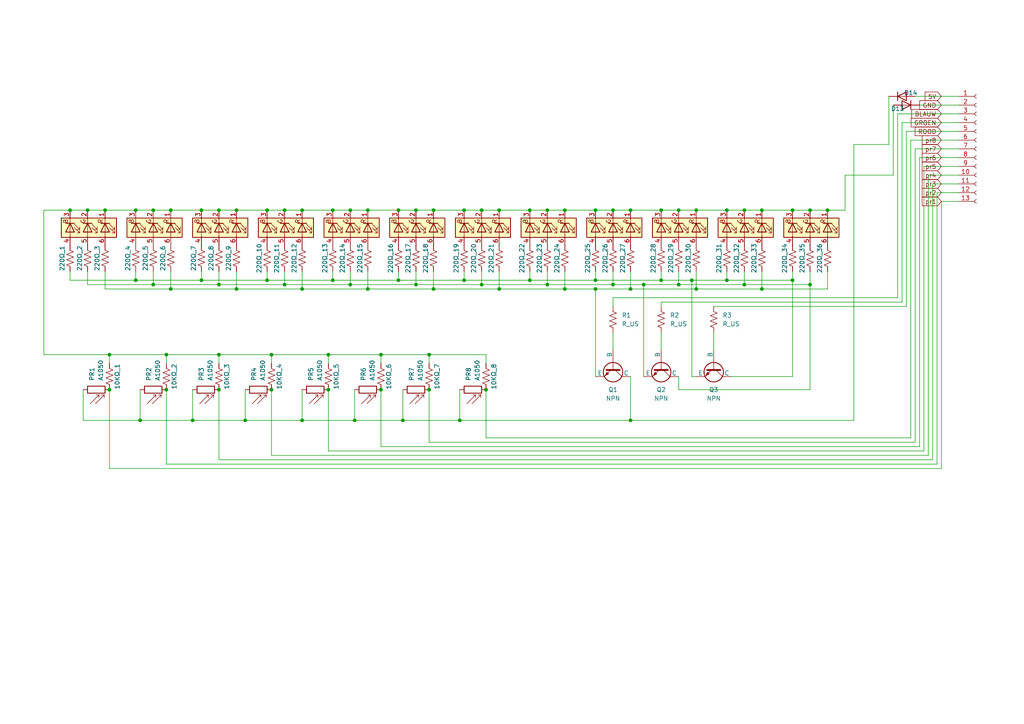
<source format=kicad_sch>
(kicad_sch (version 20231120) (generator "eeschema") (generator_version "8.0")
  (paper "A4")
  (title_block (title "Onderste PCB") (date "2024-10-08") (company "Mendelcollege"))
  (lib_symbols
    (symbol "Connector:Conn_01x13_Socket" (pin_names (offset 1.016) hide)
      (property "Reference" "J" (at 0 17.78 0))
      (property "Value" "Conn_01x13_Socket" (at 0 -17.78 0))
      (symbol "Conn_01x13_Socket_1_1"
        (arc (start 0 -14.732) (mid -0.5058 -15.24) (end 0 -15.748) (stroke (width 0.1524)))
        (arc (start 0 -12.192) (mid -0.5058 -12.7) (end 0 -13.208) (stroke (width 0.1524)))
        (arc (start 0 -9.652) (mid -0.5058 -10.16) (end 0 -10.668) (stroke (width 0.1524)))
        (arc (start 0 -7.112) (mid -0.5058 -7.62) (end 0 -8.128) (stroke (width 0.1524)))
        (arc (start 0 -4.572) (mid -0.5058 -5.08) (end 0 -5.588) (stroke (width 0.1524)))
        (arc (start 0 -2.032) (mid -0.5058 -2.54) (end 0 -3.048) (stroke (width 0.1524)))
        (polyline (pts (xy -1.27 -15.24) (xy -0.508 -15.24)) (stroke (width 0.1524)))
        (polyline (pts (xy -1.27 -12.7) (xy -0.508 -12.7)) (stroke (width 0.1524)))
        (polyline (pts (xy -1.27 -10.16) (xy -0.508 -10.16)) (stroke (width 0.1524)))
        (polyline (pts (xy -1.27 -7.62) (xy -0.508 -7.62)) (stroke (width 0.1524)))
        (polyline (pts (xy -1.27 -5.08) (xy -0.508 -5.08)) (stroke (width 0.1524)))
        (polyline (pts (xy -1.27 -2.54) (xy -0.508 -2.54)) (stroke (width 0.1524)))
        (polyline (pts (xy -1.27 0) (xy -0.508 0)) (stroke (width 0.1524)))
        (polyline (pts (xy -1.27 2.54) (xy -0.508 2.54)) (stroke (width 0.1524)))
        (polyline (pts (xy -1.27 5.08) (xy -0.508 5.08)) (stroke (width 0.1524)))
        (polyline (pts (xy -1.27 7.62) (xy -0.508 7.62)) (stroke (width 0.1524)))
        (polyline (pts (xy -1.27 10.16) (xy -0.508 10.16)) (stroke (width 0.1524)))
        (polyline (pts (xy -1.27 12.7) (xy -0.508 12.7)) (stroke (width 0.1524)))
        (polyline (pts (xy -1.27 15.24) (xy -0.508 15.24)) (stroke (width 0.1524)))
        (arc (start 0 0.508) (mid -0.5058 0) (end 0 -0.508) (stroke (width 0.1524)))
        (arc (start 0 3.048) (mid -0.5058 2.54) (end 0 2.032) (stroke (width 0.1524)))
        (arc (start 0 5.588) (mid -0.5058 5.08) (end 0 4.572) (stroke (width 0.1524)))
        (arc (start 0 8.128) (mid -0.5058 7.62) (end 0 7.112) (stroke (width 0.1524)))
        (arc (start 0 10.668) (mid -0.5058 10.16) (end 0 9.652) (stroke (width 0.1524)))
        (arc (start 0 13.208) (mid -0.5058 12.7) (end 0 12.192) (stroke (width 0.1524)))
        (arc (start 0 15.748) (mid -0.5058 15.24) (end 0 14.732) (stroke (width 0.1524)))
        (pin passive line (at -5.08 15.24 0) (length 3.81) (name "Pin_1") (number "1"))
        (pin passive line (at -5.08 -7.62 0) (length 3.81) (name "Pin_10") (number "10"))
        (pin passive line (at -5.08 -10.16 0) (length 3.81) (name "Pin_11") (number "11"))
        (pin passive line (at -5.08 -12.7 0) (length 3.81) (name "Pin_12") (number "12"))
        (pin passive line (at -5.08 -15.24 0) (length 3.81) (name "Pin_13") (number "13"))
        (pin passive line (at -5.08 12.7 0) (length 3.81) (name "Pin_2") (number "2"))
        (pin passive line (at -5.08 10.16 0) (length 3.81) (name "Pin_3") (number "3"))
        (pin passive line (at -5.08 7.62 0) (length 3.81) (name "Pin_4") (number "4"))
        (pin passive line (at -5.08 5.08 0) (length 3.81) (name "Pin_5") (number "5"))
        (pin passive line (at -5.08 2.54 0) (length 3.81) (name "Pin_6") (number "6"))
        (pin passive line (at -5.08 0 0) (length 3.81) (name "Pin_7") (number "7"))
        (pin passive line (at -5.08 -2.54 0) (length 3.81) (name "Pin_8") (number "8"))
        (pin passive line (at -5.08 -5.08 0) (length 3.81) (name "Pin_9") (number "9"))
      )
    )
    (symbol "Device:LED_RGB" (pin_names (offset 0) hide)
      (property "Reference" "D" (at 0 9.398 0))
      (property "Value" "LED_RGB" (at 0 -8.89 0))
      (symbol "LED_RGB_0_0"
        (text "B" (at -1.905 -6.35 0) (effects (font (size 1.27 1.27))))
        (text "G" (at -1.905 -1.27 0) (effects (font (size 1.27 1.27))))
        (text "R" (at -1.905 3.81 0) (effects (font (size 1.27 1.27))))
      )
      (symbol "LED_RGB_0_1"
        (polyline (pts (xy -1.27 -5.08) (xy -2.54 -5.08)))
        (polyline (pts (xy -1.27 -5.08) (xy 1.27 -5.08)))
        (polyline (pts (xy -1.27 -3.81) (xy -1.27 -6.35)) (stroke (width 0.254)))
        (polyline (pts (xy -1.27 0) (xy -2.54 0)))
        (polyline (pts (xy -1.27 1.27) (xy -1.27 -1.27)) (stroke (width 0.254)))
        (polyline (pts (xy -1.27 5.08) (xy -2.54 5.08)))
        (polyline (pts (xy -1.27 5.08) (xy 1.27 5.08)))
        (polyline (pts (xy -1.27 6.35) (xy -1.27 3.81)) (stroke (width 0.254)))
        (polyline (pts (xy 1.27 -5.08) (xy 2.54 -5.08)))
        (polyline (pts (xy 1.27 0) (xy -1.27 0)))
        (polyline (pts (xy 1.27 0) (xy 2.54 0)))
        (polyline (pts (xy 1.27 5.08) (xy 2.54 5.08)))
        (polyline (pts (xy -1.27 1.27) (xy -1.27 -1.27) (xy -1.27 -1.27)))
        (polyline (pts (xy -1.27 6.35) (xy -1.27 3.81) (xy -1.27 3.81)))
        (polyline (pts (xy 1.27 -3.81) (xy 1.27 -6.35) (xy -1.27 -5.08) (xy 1.27 -3.81)) (stroke (width 0.254)))
        (polyline (pts (xy 1.27 1.27) (xy 1.27 -1.27) (xy -1.27 0) (xy 1.27 1.27)) (stroke (width 0.254)))
        (polyline (pts (xy 1.27 6.35) (xy 1.27 3.81) (xy -1.27 5.08) (xy 1.27 6.35)) (stroke (width 0.254)))
        (polyline (pts (xy -1.016 -3.81) (xy 0.508 -2.286) (xy -0.254 -2.286) (xy 0.508 -2.286) (xy 0.508 -3.048)))
        (polyline (pts (xy -1.016 1.27) (xy 0.508 2.794) (xy -0.254 2.794) (xy 0.508 2.794) (xy 0.508 2.032)))
        (polyline (pts (xy -1.016 6.35) (xy 0.508 7.874) (xy -0.254 7.874) (xy 0.508 7.874) (xy 0.508 7.112)))
        (polyline (pts (xy 0 -3.81) (xy 1.524 -2.286) (xy 0.762 -2.286) (xy 1.524 -2.286) (xy 1.524 -3.048)))
        (polyline (pts (xy 0 1.27) (xy 1.524 2.794) (xy 0.762 2.794) (xy 1.524 2.794) (xy 1.524 2.032)))
        (polyline (pts (xy 0 6.35) (xy 1.524 7.874) (xy 0.762 7.874) (xy 1.524 7.874) (xy 1.524 7.112)))
        (rectangle (start 1.27 -1.27) (end 1.27 1.27))
        (rectangle (start 1.27 1.27) (end 1.27 1.27))
        (rectangle (start 1.27 3.81) (end 1.27 6.35))
        (rectangle (start 1.27 6.35) (end 1.27 6.35))
        (rectangle (start 2.794 8.382) (end -2.794 -7.62) (stroke (width 0.254)) (fill (type background)))
      )
      (symbol "LED_RGB_1_1"
        (pin passive line (at -5.08 5.08 0) (length 2.54) (name "RK") (number "1"))
        (pin passive line (at -5.08 0 0) (length 2.54) (name "GK") (number "2"))
        (pin passive line (at -5.08 -5.08 0) (length 2.54) (name "BK") (number "3"))
        (pin passive line (at 5.08 -5.08 180) (length 2.54) (name "BA") (number "4"))
        (pin passive line (at 5.08 0 180) (length 2.54) (name "GA") (number "5"))
        (pin passive line (at 5.08 5.08 180) (length 2.54) (name "RA") (number "6"))
      )
    )
    (symbol "Library:A1050" (pin_numbers hide) (pin_names (offset 0))
      (property "Reference" "R" (at -5.08 0 90))
      (property "Value" "A1050" (at 1.905 0 90))
      (symbol "A1050_0_1"
        (rectangle (start -1.016 2.54) (end 1.016 -2.54) (stroke (width 0.254)))
        (polyline (pts (xy -1.524 -2.286) (xy -4.064 0.254)))
        (polyline (pts (xy -1.524 -2.286) (xy -2.286 -2.286)))
        (polyline (pts (xy -1.524 -2.286) (xy -1.524 -1.524)))
        (polyline (pts (xy -1.524 -0.762) (xy -4.064 1.778)))
        (polyline (pts (xy -1.524 -0.762) (xy -2.286 -0.762)))
        (polyline (pts (xy -1.524 -0.762) (xy -1.524 0)))
      )
      (symbol "A1050_1_1"
        (pin passive line (at 0 3.81 270) (length 1.27) (name "~") (number "1"))
        (pin passive line (at 0 -3.81 90) (length 1.27) (name "~") (number "2"))
      )
    )
    (symbol "Library:D" (pin_numbers hide) (pin_names (offset 1.016) hide)
      (property "Reference" "D" (at 0 2.54 0))
      (property "Value" "D" (at 0 -2.54 0))
      (symbol "D_0_1"
        (polyline (pts (xy -1.27 1.27) (xy -1.27 -1.27)) (stroke (width 0.254)))
        (polyline (pts (xy 1.27 0) (xy -1.27 0)))
        (polyline (pts (xy 1.27 1.27) (xy 1.27 -1.27) (xy -1.27 0) (xy 1.27 1.27)) (stroke (width 0.254)))
      )
      (symbol "D_1_1"
        (pin passive line (at -3.81 0 0) (length 2.54) (name "K") (number "1"))
        (pin passive line (at 3.81 0 180) (length 2.54) (name "A") (number "2"))
      )
    )
    (symbol "Library:NPN" (pin_numbers hide) (pin_names (offset 0))
      (property "Reference" "Q" (at -2.54 7.62 0))
      (property "Value" "NPN" (at -2.54 5.08 0))
      (symbol "NPN_0_1"
        (polyline (pts (xy -2.54 0) (xy 0.635 0)) (stroke (width 0.1524)))
        (polyline (pts (xy 0.635 0.635) (xy 2.54 2.54)))
        (polyline (pts (xy 2.794 -1.27) (xy 2.794 -1.27)) (stroke (width 0.1524)))
        (polyline (pts (xy 2.794 -1.27) (xy 2.794 -1.27)) (stroke (width 0.1524)))
        (polyline (pts (xy 0.635 -0.635) (xy 2.54 -2.54) (xy 2.54 -2.54)))
        (polyline (pts (xy 0.635 1.905) (xy 0.635 -1.905) (xy 0.635 -1.905)) (stroke (width 0.508)))
        (polyline (pts (xy 1.27 -1.778) (xy 1.778 -1.27) (xy 2.286 -2.286) (xy 1.27 -1.778) (xy 1.27 -1.778)) (fill (type outline)))
        (circle (center 1.27 0) (radius 2.8194) (stroke (width 0.254)))
      )
      (symbol "NPN_1_1"
        (pin open_collector line (at 2.54 5.08 270) (length 2.54) (name "C") (number "1"))
        (pin input line (at -5.08 0 0) (length 2.54) (name "B") (number "2"))
        (pin open_emitter line (at 2.54 -5.08 90) (length 2.54) (name "E") (number "3"))
      )
    )
    (symbol "Library:R_US" (pin_numbers hide) (pin_names (offset 0))
      (property "Reference" "R" (at 2.54 0 90))
      (property "Value" "R_US" (at -2.54 0 90))
      (symbol "R_US_0_1"
        (polyline (pts (xy 0 -2.286) (xy 0 -2.54)))
        (polyline (pts (xy 0 2.286) (xy 0 2.54)))
        (polyline (pts (xy 0 -0.762) (xy 1.016 -1.143) (xy 0 -1.524) (xy -1.016 -1.905) (xy 0 -2.286)))
        (polyline (pts (xy 0 0.762) (xy 1.016 0.381) (xy 0 0) (xy -1.016 -0.381) (xy 0 -0.762)))
        (polyline (pts (xy 0 2.286) (xy 1.016 1.905) (xy 0 1.524) (xy -1.016 1.143) (xy 0 0.762)))
      )
      (symbol "R_US_1_1"
        (pin passive line (at 0 3.81 270) (length 1.27) (name "~") (number "1"))
        (pin passive line (at 0 -3.81 90) (length 1.27) (name "~") (number "2"))
      )
    )
  )
  (junction (at 102.87 121.92))
  (junction (at 125.73 60.96))
  (junction (at 101.6 82.55))
  (junction (at 77.47 81.28))
  (junction (at 48.26 102.87))
  (junction (at 144.78 83.82))
  (junction (at 116.84 121.92))
  (junction (at 71.12 121.92))
  (junction (at 182.88 83.82))
  (junction (at 144.78 60.96))
  (junction (at 63.5 113.03))
  (junction (at 20.32 60.96))
  (junction (at 240.03 60.96))
  (junction (at 39.37 81.28))
  (junction (at 58.42 81.28))
  (junction (at 82.55 82.55))
  (junction (at 39.37 60.96))
  (junction (at 95.25 113.03))
  (junction (at 101.6 60.96))
  (junction (at 133.35 121.92))
  (junction (at 139.7 82.55))
  (junction (at 163.83 60.96))
  (junction (at 82.55 60.96))
  (junction (at 115.57 60.96))
  (junction (at 49.53 83.82))
  (junction (at 110.49 113.03))
  (junction (at 158.75 60.96))
  (junction (at 201.93 83.82))
  (junction (at 31.75 102.87))
  (junction (at 191.77 60.96))
  (junction (at 49.53 60.96))
  (junction (at 139.7 60.96))
  (junction (at 87.63 121.92))
  (junction (at 106.68 60.96))
  (junction (at 134.62 60.96))
  (junction (at 125.73 83.82))
  (junction (at 48.26 113.03))
  (junction (at 68.58 83.82))
  (junction (at 234.95 60.96))
  (junction (at 201.93 60.96))
  (junction (at 215.9 60.96))
  (junction (at 182.88 121.92))
  (junction (at 115.57 81.28))
  (junction (at 30.48 60.96))
  (junction (at 200.66 81.28))
  (junction (at 220.98 60.96))
  (junction (at 158.75 82.55))
  (junction (at 140.97 113.03))
  (junction (at 210.82 60.96))
  (junction (at 196.85 82.55))
  (junction (at 234.95 82.55))
  (junction (at 186.69 82.55))
  (junction (at 96.52 60.96))
  (junction (at 229.87 60.96))
  (junction (at 55.88 121.92))
  (junction (at 63.5 102.87))
  (junction (at 58.42 60.96))
  (junction (at 44.45 82.55))
  (junction (at 172.72 81.28))
  (junction (at 196.85 60.96))
  (junction (at 78.74 113.03))
  (junction (at 124.46 102.87))
  (junction (at 153.67 60.96))
  (junction (at 172.72 83.82))
  (junction (at 134.62 81.28))
  (junction (at 182.88 60.96))
  (junction (at 87.63 60.96))
  (junction (at 210.82 81.28))
  (junction (at 68.58 60.96))
  (junction (at 63.5 82.55))
  (junction (at 172.72 60.96))
  (junction (at 77.47 60.96))
  (junction (at 124.46 113.03))
  (junction (at 40.64 121.92))
  (junction (at 44.45 60.96))
  (junction (at 153.67 81.28))
  (junction (at 110.49 102.87))
  (junction (at 220.98 83.82))
  (junction (at 215.9 82.55))
  (junction (at 177.8 82.55))
  (junction (at 229.87 81.28))
  (junction (at 163.83 83.82))
  (junction (at 191.77 81.28))
  (junction (at 120.65 82.55))
  (junction (at 177.8 60.96))
  (junction (at 63.5 60.96))
  (junction (at 120.65 60.96))
  (junction (at 96.52 81.28))
  (junction (at 78.74 102.87))
  (junction (at 106.68 83.82))
  (junction (at 25.4 60.96))
  (junction (at 95.25 102.87))
  (junction (at 87.63 83.82))
  (junction (at 31.75 113.03))
  (wire (pts (xy 261.62 87.63) (xy 191.77 87.63)))
  (wire (pts (xy 177.8 82.55) (xy 177.8 78.74)))
  (wire (pts (xy 95.25 102.87) (xy 95.25 105.41)))
  (wire (pts (xy 106.68 83.82) (xy 106.68 78.74)))
  (wire (pts (xy 134.62 81.28) (xy 134.62 78.74)))
  (wire (pts (xy 264.16 40.64) (xy 278.13 40.64)))
  (wire (pts (xy 261.62 35.56) (xy 278.13 35.56)))
  (wire (pts (xy 264.16 127) (xy 264.16 40.64)))
  (wire (pts (xy 262.89 38.1) (xy 262.89 88.9)))
  (wire (pts (xy 133.35 121.92) (xy 182.88 121.92)))
  (wire (pts (xy 101.6 60.96) (xy 106.68 60.96)))
  (wire (pts (xy 182.88 121.92) (xy 247.65 121.92)))
  (wire (pts (xy 116.84 121.92) (xy 133.35 121.92)))
  (wire (pts (xy 87.63 121.92) (xy 87.63 113.03)))
  (wire (pts (xy 63.5 82.55) (xy 63.5 78.74)))
  (wire (pts (xy 139.7 82.55) (xy 120.65 82.55)))
  (wire (pts (xy 229.87 81.28) (xy 229.87 78.74)))
  (wire (pts (xy 55.88 113.03) (xy 55.88 121.92)))
  (wire (pts (xy 234.95 78.74) (xy 234.95 82.55)))
  (wire (pts (xy 240.03 83.82) (xy 240.03 78.74)))
  (wire (pts (xy 110.49 129.54) (xy 266.7 129.54)))
  (wire (pts (xy 78.74 132.08) (xy 269.24 132.08)))
  (wire (pts (xy 270.51 53.34) (xy 278.13 53.34)))
  (wire (pts (xy 200.66 81.28) (xy 210.82 81.28)))
  (wire (pts (xy 96.52 81.28) (xy 115.57 81.28)))
  (wire (pts (xy 110.49 105.41) (xy 110.49 102.87)))
  (wire (pts (xy 115.57 60.96) (xy 120.65 60.96)))
  (wire (pts (xy 20.32 81.28) (xy 39.37 81.28)))
  (wire (pts (xy 270.51 133.35) (xy 63.5 133.35)))
  (wire (pts (xy 12.7 60.96) (xy 20.32 60.96)))
  (wire (pts (xy 210.82 81.28) (xy 210.82 78.74)))
  (wire (pts (xy 220.98 83.82) (xy 220.98 78.74)))
  (wire (pts (xy 267.97 48.26) (xy 278.13 48.26)))
  (wire (pts (xy 63.5 60.96) (xy 68.58 60.96)))
  (wire (pts (xy 30.48 83.82) (xy 49.53 83.82)))
  (wire (pts (xy 220.98 60.96) (xy 229.87 60.96)))
  (wire (pts (xy 102.87 121.92) (xy 87.63 121.92)))
  (wire (pts (xy 63.5 113.03) (xy 63.5 133.35)))
  (wire (pts (xy 110.49 102.87) (xy 124.46 102.87)))
  (wire (pts (xy 191.77 60.96) (xy 196.85 60.96)))
  (wire (pts (xy 153.67 81.28) (xy 172.72 81.28)))
  (wire (pts (xy 63.5 105.41) (xy 63.5 102.87)))
  (wire (pts (xy 40.64 121.92) (xy 24.13 121.92)))
  (wire (pts (xy 39.37 60.96) (xy 44.45 60.96)))
  (wire (pts (xy 191.77 87.63) (xy 191.77 88.9)))
  (wire (pts (xy 245.11 50.8) (xy 259.08 50.8)))
  (wire (pts (xy 71.12 121.92) (xy 71.12 113.03)))
  (wire (pts (xy 30.48 78.74) (xy 30.48 83.82)))
  (wire (pts (xy 78.74 102.87) (xy 95.25 102.87)))
  (wire (pts (xy 196.85 60.96) (xy 201.93 60.96)))
  (wire (pts (xy 265.43 128.27) (xy 124.46 128.27)))
  (wire (pts (xy 124.46 105.41) (xy 124.46 102.87)))
  (wire (pts (xy 96.52 60.96) (xy 101.6 60.96)))
  (wire (pts (xy 96.52 81.28) (xy 96.52 78.74)))
  (wire (pts (xy 182.88 121.92) (xy 182.88 109.22)))
  (wire (pts (xy 124.46 102.87) (xy 140.97 102.87)))
  (wire (pts (xy 182.88 83.82) (xy 182.88 78.74)))
  (wire (pts (xy 102.87 121.92) (xy 116.84 121.92)))
  (wire (pts (xy 24.13 121.92) (xy 24.13 113.03)))
  (wire (pts (xy 186.69 109.22) (xy 186.69 82.55)))
  (wire (pts (xy 120.65 82.55) (xy 120.65 78.74)))
  (wire (pts (xy 201.93 109.22) (xy 200.66 109.22)))
  (wire (pts (xy 25.4 82.55) (xy 25.4 78.74)))
  (wire (pts (xy 63.5 82.55) (xy 44.45 82.55)))
  (wire (pts (xy 196.85 113.03) (xy 234.95 113.03)))
  (wire (pts (xy 153.67 81.28) (xy 153.67 78.74)))
  (wire (pts (xy 201.93 83.82) (xy 201.93 78.74)))
  (wire (pts (xy 44.45 82.55) (xy 44.45 78.74)))
  (wire (pts (xy 77.47 81.28) (xy 96.52 81.28)))
  (wire (pts (xy 140.97 127) (xy 264.16 127)))
  (wire (pts (xy 163.83 83.82) (xy 163.83 78.74)))
  (wire (pts (xy 234.95 60.96) (xy 240.03 60.96)))
  (wire (pts (xy 266.7 129.54) (xy 266.7 45.72)))
  (wire (pts (xy 78.74 105.41) (xy 78.74 102.87)))
  (wire (pts (xy 58.42 81.28) (xy 58.42 78.74)))
  (wire (pts (xy 177.8 88.9) (xy 177.8 86.36)))
  (wire (pts (xy 229.87 60.96) (xy 234.95 60.96)))
  (wire (pts (xy 39.37 81.28) (xy 58.42 81.28)))
  (wire (pts (xy 58.42 60.96) (xy 63.5 60.96)))
  (wire (pts (xy 210.82 60.96) (xy 215.9 60.96)))
  (wire (pts (xy 87.63 83.82) (xy 87.63 78.74)))
  (wire (pts (xy 273.05 135.89) (xy 31.75 135.89)))
  (wire (pts (xy 49.53 60.96) (xy 58.42 60.96)))
  (wire (pts (xy 177.8 96.52) (xy 177.8 101.6)))
  (wire (pts (xy 48.26 102.87) (xy 48.26 105.41)))
  (wire (pts (xy 58.42 81.28) (xy 77.47 81.28)))
  (wire (pts (xy 271.78 55.88) (xy 271.78 134.62)))
  (wire (pts (xy 133.35 121.92) (xy 133.35 113.03)))
  (wire (pts (xy 106.68 60.96) (xy 115.57 60.96)))
  (wire (pts (xy 25.4 60.96) (xy 30.48 60.96)))
  (wire (pts (xy 245.11 50.8) (xy 245.11 60.96)))
  (wire (pts (xy 68.58 83.82) (xy 68.58 78.74)))
  (wire (pts (xy 207.01 88.9) (xy 262.89 88.9)))
  (wire (pts (xy 78.74 113.03) (xy 78.74 132.08)))
  (wire (pts (xy 265.43 43.18) (xy 265.43 128.27)))
  (wire (pts (xy 265.43 43.18) (xy 278.13 43.18)))
  (wire (pts (xy 77.47 81.28) (xy 77.47 78.74)))
  (wire (pts (xy 153.67 60.96) (xy 158.75 60.96)))
  (wire (pts (xy 20.32 78.74) (xy 20.32 81.28)))
  (wire (pts (xy 49.53 83.82) (xy 49.53 78.74)))
  (wire (pts (xy 12.7 102.87) (xy 31.75 102.87)))
  (wire (pts (xy 269.24 132.08) (xy 269.24 50.8)))
  (wire (pts (xy 177.8 60.96) (xy 182.88 60.96)))
  (wire (pts (xy 273.05 135.89) (xy 273.05 58.42)))
  (wire (pts (xy 182.88 60.96) (xy 191.77 60.96)))
  (wire (pts (xy 266.7 30.48) (xy 278.13 30.48)))
  (wire (pts (xy 191.77 81.28) (xy 200.66 81.28)))
  (wire (pts (xy 229.87 109.22) (xy 212.09 109.22)))
  (wire (pts (xy 186.69 82.55) (xy 196.85 82.55)))
  (wire (pts (xy 63.5 102.87) (xy 48.26 102.87)))
  (wire (pts (xy 115.57 81.28) (xy 115.57 78.74)))
  (wire (pts (xy 247.65 41.91) (xy 247.65 121.92)))
  (wire (pts (xy 77.47 60.96) (xy 82.55 60.96)))
  (wire (pts (xy 201.93 60.96) (xy 210.82 60.96)))
  (wire (pts (xy 200.66 109.22) (xy 200.66 81.28)))
  (wire (pts (xy 172.72 60.96) (xy 177.8 60.96)))
  (wire (pts (xy 31.75 102.87) (xy 48.26 102.87)))
  (wire (pts (xy 182.88 83.82) (xy 201.93 83.82)))
  (wire (pts (xy 82.55 82.55) (xy 82.55 78.74)))
  (wire (pts (xy 196.85 109.22) (xy 196.85 113.03)))
  (wire (pts (xy 63.5 102.87) (xy 78.74 102.87)))
  (wire (pts (xy 210.82 81.28) (xy 229.87 81.28)))
  (wire (pts (xy 87.63 83.82) (xy 106.68 83.82)))
  (wire (pts (xy 134.62 60.96) (xy 139.7 60.96)))
  (wire (pts (xy 267.97 130.81) (xy 95.25 130.81)))
  (wire (pts (xy 125.73 83.82) (xy 125.73 78.74)))
  (wire (pts (xy 259.08 50.8) (xy 259.08 30.48)))
  (wire (pts (xy 102.87 113.03) (xy 102.87 121.92)))
  (wire (pts (xy 116.84 121.92) (xy 116.84 113.03)))
  (wire (pts (xy 172.72 109.22) (xy 172.72 83.82)))
  (wire (pts (xy 177.8 86.36) (xy 260.35 86.36)))
  (wire (pts (xy 101.6 82.55) (xy 82.55 82.55)))
  (wire (pts (xy 134.62 81.28) (xy 153.67 81.28)))
  (wire (pts (xy 31.75 105.41) (xy 31.75 102.87)))
  (wire (pts (xy 140.97 102.87) (xy 140.97 105.41)))
  (wire (pts (xy 273.05 58.42) (xy 278.13 58.42)))
  (wire (pts (xy 234.95 113.03) (xy 234.95 82.55)))
  (wire (pts (xy 55.88 121.92) (xy 71.12 121.92)))
  (wire (pts (xy 110.49 102.87) (xy 95.25 102.87)))
  (wire (pts (xy 49.53 83.82) (xy 68.58 83.82)))
  (wire (pts (xy 125.73 60.96) (xy 134.62 60.96)))
  (wire (pts (xy 144.78 83.82) (xy 144.78 78.74)))
  (wire (pts (xy 48.26 113.03) (xy 48.26 134.62)))
  (wire (pts (xy 240.03 60.96) (xy 245.11 60.96)))
  (wire (pts (xy 158.75 82.55) (xy 139.7 82.55)))
  (wire (pts (xy 215.9 60.96) (xy 220.98 60.96)))
  (wire (pts (xy 163.83 83.82) (xy 172.72 83.82)))
  (wire (pts (xy 191.77 81.28) (xy 191.77 78.74)))
  (wire (pts (xy 247.65 41.91) (xy 257.81 41.91)))
  (wire (pts (xy 220.98 83.82) (xy 240.03 83.82)))
  (wire (pts (xy 82.55 82.55) (xy 63.5 82.55)))
  (wire (pts (xy 265.43 27.94) (xy 278.13 27.94)))
  (wire (pts (xy 267.97 48.26) (xy 267.97 130.81)))
  (wire (pts (xy 201.93 83.82) (xy 220.98 83.82)))
  (wire (pts (xy 269.24 50.8) (xy 278.13 50.8)))
  (wire (pts (xy 262.89 38.1) (xy 278.13 38.1)))
  (wire (pts (xy 125.73 83.82) (xy 144.78 83.82)))
  (wire (pts (xy 271.78 55.88) (xy 278.13 55.88)))
  (wire (pts (xy 139.7 82.55) (xy 139.7 78.74)))
  (wire (pts (xy 31.75 113.03) (xy 31.75 135.89)))
  (wire (pts (xy 39.37 81.28) (xy 39.37 78.74)))
  (wire (pts (xy 191.77 96.52) (xy 191.77 101.6)))
  (wire (pts (xy 106.68 83.82) (xy 125.73 83.82)))
  (wire (pts (xy 120.65 60.96) (xy 125.73 60.96)))
  (wire (pts (xy 55.88 121.92) (xy 40.64 121.92)))
  (wire (pts (xy 266.7 45.72) (xy 278.13 45.72)))
  (wire (pts (xy 261.62 35.56) (xy 261.62 87.63)))
  (wire (pts (xy 257.81 41.91) (xy 257.81 27.94)))
  (wire (pts (xy 68.58 83.82) (xy 87.63 83.82)))
  (wire (pts (xy 140.97 127) (xy 140.97 113.03)))
  (wire (pts (xy 30.48 60.96) (xy 39.37 60.96)))
  (wire (pts (xy 110.49 113.03) (xy 110.49 129.54)))
  (wire (pts (xy 139.7 60.96) (xy 144.78 60.96)))
  (wire (pts (xy 120.65 82.55) (xy 101.6 82.55)))
  (wire (pts (xy 177.8 82.55) (xy 158.75 82.55)))
  (wire (pts (xy 207.01 101.6) (xy 207.01 96.52)))
  (wire (pts (xy 68.58 60.96) (xy 77.47 60.96)))
  (wire (pts (xy 172.72 81.28) (xy 191.77 81.28)))
  (wire (pts (xy 177.8 82.55) (xy 186.69 82.55)))
  (wire (pts (xy 124.46 113.03) (xy 124.46 128.27)))
  (wire (pts (xy 44.45 82.55) (xy 25.4 82.55)))
  (wire (pts (xy 260.35 33.02) (xy 278.13 33.02)))
  (wire (pts (xy 115.57 81.28) (xy 134.62 81.28)))
  (wire (pts (xy 20.32 60.96) (xy 25.4 60.96)))
  (wire (pts (xy 87.63 60.96) (xy 96.52 60.96)))
  (wire (pts (xy 260.35 33.02) (xy 260.35 86.36)))
  (wire (pts (xy 95.25 113.03) (xy 95.25 130.81)))
  (wire (pts (xy 229.87 81.28) (xy 229.87 109.22)))
  (wire (pts (xy 12.7 102.87) (xy 12.7 60.96)))
  (wire (pts (xy 234.95 82.55) (xy 215.9 82.55)))
  (wire (pts (xy 215.9 82.55) (xy 215.9 78.74)))
  (wire (pts (xy 40.64 121.92) (xy 40.64 113.03)))
  (wire (pts (xy 163.83 60.96) (xy 172.72 60.96)))
  (wire (pts (xy 270.51 53.34) (xy 270.51 133.35)))
  (wire (pts (xy 172.72 81.28) (xy 172.72 78.74)))
  (wire (pts (xy 215.9 82.55) (xy 196.85 82.55)))
  (wire (pts (xy 158.75 60.96) (xy 163.83 60.96)))
  (wire (pts (xy 44.45 60.96) (xy 49.53 60.96)))
  (wire (pts (xy 82.55 60.96) (xy 87.63 60.96)))
  (wire (pts (xy 158.75 82.55) (xy 158.75 78.74)))
  (wire (pts (xy 48.26 134.62) (xy 271.78 134.62)))
  (wire (pts (xy 144.78 83.82) (xy 163.83 83.82)))
  (wire (pts (xy 144.78 60.96) (xy 153.67 60.96)))
  (wire (pts (xy 101.6 82.55) (xy 101.6 78.74)))
  (wire (pts (xy 87.63 121.92) (xy 71.12 121.92)))
  (wire (pts (xy 172.72 83.82) (xy 182.88 83.82)))
  (wire (pts (xy 196.85 82.55) (xy 196.85 78.74)))
  (global_label "pr4" (shape input) (at 273.05 50.8 180) (property "Intersheetrefs" "${INTERSHEET_REFS}" (effects (hide yes))))
  (global_label "GROEN" (shape input) (at 273.05 35.56 180) (property "Intersheetrefs" "${INTERSHEET_REFS}" (effects (hide yes))))
  (global_label "pr8" (shape input) (at 273.05 40.64 180) (property "Intersheetrefs" "${INTERSHEET_REFS}" (effects (hide yes))))
  (global_label "pr5" (shape input) (at 273.05 48.26 180) (property "Intersheetrefs" "${INTERSHEET_REFS}" (effects (hide yes))))
  (global_label "pr3" (shape input) (at 273.05 53.34 180) (property "Intersheetrefs" "${INTERSHEET_REFS}" (effects (hide yes))))
  (global_label "GND" (shape input) (at 273.05 30.48 180) (property "Intersheetrefs" "${INTERSHEET_REFS}" (effects (hide yes))))
  (global_label "pr2" (shape input) (at 273.05 55.88 180) (property "Intersheetrefs" "${INTERSHEET_REFS}" (effects (hide yes))))
  (global_label "BLAUW" (shape input) (at 273.05 33.02 180) (property "Intersheetrefs" "${INTERSHEET_REFS}" (effects (hide yes))))
  (global_label "ROOD" (shape input) (at 273.05 38.1 180) (property "Intersheetrefs" "${INTERSHEET_REFS}" (effects (hide yes))))
  (global_label "pr7" (shape input) (at 273.05 43.18 180) (property "Intersheetrefs" "${INTERSHEET_REFS}" (effects (hide yes))))
  (global_label "pr6" (shape input) (at 273.05 45.72 180) (property "Intersheetrefs" "${INTERSHEET_REFS}" (effects (hide yes))))
  (global_label "pr1" (shape input) (at 273.05 58.42 180) (property "Intersheetrefs" "${INTERSHEET_REFS}" (effects (hide yes))))
  (global_label "5V" (shape input) (at 273.05 27.94 180) (property "Intersheetrefs" "${INTERSHEET_REFS}" (effects (hide yes))))
  (symbol (lib_id "Library:R_US") (at 96.52 74.93 0) (unit 1)
    (property "Reference" "220Ω_13" (at 94.234 74.93 90))
    (property "Value" "R_US" (effects (hide yes)))
    (property "Footprint" "Resistor_THT:R_Axial_DIN0207_L6.3mm_D2.5mm_P10.16mm_Horizontal" (effects (hide yes)))
    (property "Description" "Resistor, US symbol" (effects (hide yes)))
  )
  (symbol (lib_id "Library:R_US") (at 177.8 74.93 0) (unit 1)
    (property "Reference" "220Ω_26" (at 175.514 74.93 90))
    (property "Value" "R_US" (effects (hide yes)))
    (property "Footprint" "Resistor_THT:R_Axial_DIN0207_L6.3mm_D2.5mm_P10.16mm_Horizontal" (effects (hide yes)))
    (property "Description" "Resistor, US symbol" (effects (hide yes)))
  )
  (symbol (lib_id "Device:LED_RGB") (at 63.5 66.04 270) (unit 1)
    (property "Reference" "D3" (effects (hide yes)))
    (property "Value" "LED_RGB" (effects (hide yes)))
    (property "Description" "RGB LED, 6 pin package" (effects (hide yes)))
  )
  (symbol (lib_id "Library:A1050") (at 44.45 113.03 90) (unit 1)
    (property "Reference" "PR2" (at 43.1799 110.49 0) (effects (justify left)))
    (property "Value" "A1050" (at 45.7199 110.49 0) (effects (justify left)))
    (property "Footprint" "Library:FOTORES" (effects (hide yes)))
    (property "Datasheet" "http://cdn-reichelt.de/documents/datenblatt/A500/A106012.pdf" (effects (hide yes)))
    (property "Description" "light dependent resistor" (effects (hide yes)))
  )
  (symbol (lib_id "Library:R_US") (at 229.87 74.93 0) (unit 1)
    (property "Reference" "220Ω_34" (at 227.584 74.93 90))
    (property "Value" "R_US" (effects (hide yes)))
    (property "Footprint" "Resistor_THT:R_Axial_DIN0207_L6.3mm_D2.5mm_P10.16mm_Horizontal" (effects (hide yes)))
    (property "Description" "Resistor, US symbol" (effects (hide yes)))
  )
  (symbol (lib_id "Device:LED_RGB") (at 44.45 66.04 270) (unit 1)
    (property "Reference" "D2" (effects (hide yes)))
    (property "Value" "LED_RGB" (effects (hide yes)))
    (property "Description" "RGB LED, 6 pin package" (effects (hide yes)))
  )
  (symbol (lib_id "Library:R_US") (at 207.01 92.71 180) (unit 1)
    (property "Reference" "R3" (at 209.55 91.4399 0) (effects (justify right)))
    (property "Value" "R_US" (at 209.55 93.9799 0) (effects (justify right)))
    (property "Footprint" "Resistor_THT:R_Axial_DIN0207_L6.3mm_D2.5mm_P10.16mm_Horizontal" (effects (hide yes)))
    (property "Description" "Resistor, US symbol" (effects (hide yes)))
  )
  (symbol (lib_id "Library:R_US") (at 63.5 109.22 180) (unit 1)
    (property "Reference" "10KΩ_3" (at 65.786 109.22 90))
    (property "Value" "R_US" (effects (hide yes)))
    (property "Footprint" "Resistor_THT:R_Axial_DIN0207_L6.3mm_D2.5mm_P10.16mm_Horizontal" (effects (hide yes)))
    (property "Description" "Resistor, US symbol" (effects (hide yes)))
  )
  (symbol (lib_id "Library:A1050") (at 120.65 113.03 90) (unit 1)
    (property "Reference" "PR7" (at 119.3799 110.49 0) (effects (justify left)))
    (property "Value" "A1050" (at 121.9199 110.49 0) (effects (justify left)))
    (property "Footprint" "Library:FOTORES" (effects (hide yes)))
    (property "Datasheet" "http://cdn-reichelt.de/documents/datenblatt/A500/A106012.pdf" (effects (hide yes)))
    (property "Description" "light dependent resistor" (effects (hide yes)))
  )
  (symbol (lib_id "Library:R_US") (at 31.75 109.22 180) (unit 1)
    (property "Reference" "10KΩ_1" (at 34.036 109.22 90))
    (property "Value" "R_US" (effects (hide yes)))
    (property "Footprint" "Resistor_THT:R_Axial_DIN0207_L6.3mm_D2.5mm_P10.16mm_Horizontal" (effects (hide yes)))
    (property "Description" "Resistor, US symbol" (effects (hide yes)))
  )
  (symbol (lib_id "Device:LED_RGB") (at 120.65 66.04 270) (unit 1)
    (property "Reference" "D6" (effects (hide yes)))
    (property "Value" "LED_RGB" (effects (hide yes)))
    (property "Description" "RGB LED, 6 pin package" (effects (hide yes)))
  )
  (symbol (lib_id "Device:LED_RGB") (at 139.7 66.04 270) (unit 1)
    (property "Reference" "D7" (effects (hide yes)))
    (property "Value" "LED_RGB" (effects (hide yes)))
    (property "Description" "RGB LED, 6 pin package" (effects (hide yes)))
  )
  (symbol (lib_id "Device:LED_RGB") (at 82.55 66.04 270) (unit 1)
    (property "Reference" "D4" (effects (hide yes)))
    (property "Value" "LED_RGB" (effects (hide yes)))
    (property "Description" "RGB LED, 6 pin package" (effects (hide yes)))
  )
  (symbol (lib_id "Device:LED_RGB") (at 177.8 66.04 270) (unit 1)
    (property "Reference" "D9" (effects (hide yes)))
    (property "Value" "LED_RGB" (effects (hide yes)))
    (property "Description" "RGB LED, 6 pin package" (effects (hide yes)))
  )
  (symbol (lib_id "Library:R_US") (at 191.77 92.71 180) (unit 1)
    (property "Reference" "R2" (at 194.31 91.4399 0) (effects (justify right)))
    (property "Value" "R_US" (at 194.31 93.9799 0) (effects (justify right)))
    (property "Footprint" "Resistor_THT:R_Axial_DIN0207_L6.3mm_D2.5mm_P10.16mm_Horizontal" (effects (hide yes)))
    (property "Description" "Resistor, US symbol" (effects (hide yes)))
  )
  (symbol (lib_id "Library:R_US") (at 68.58 74.93 0) (unit 1)
    (property "Reference" "220Ω_9" (at 66.294 74.93 90))
    (property "Value" "R_US" (effects (hide yes)))
    (property "Footprint" "Resistor_THT:R_Axial_DIN0207_L6.3mm_D2.5mm_P10.16mm_Horizontal" (effects (hide yes)))
    (property "Description" "Resistor, US symbol" (effects (hide yes)))
  )
  (symbol (lib_id "Library:R_US") (at 201.93 74.93 0) (unit 1)
    (property "Reference" "220Ω_30" (at 199.644 74.93 90))
    (property "Value" "R_US" (effects (hide yes)))
    (property "Footprint" "Resistor_THT:R_Axial_DIN0207_L6.3mm_D2.5mm_P10.16mm_Horizontal" (effects (hide yes)))
    (property "Description" "Resistor, US symbol" (effects (hide yes)))
  )
  (symbol (lib_id "Library:R_US") (at 95.25 109.22 180) (unit 1)
    (property "Reference" "10KΩ_5" (at 97.536 109.22 90))
    (property "Value" "R_US" (effects (hide yes)))
    (property "Footprint" "Resistor_THT:R_Axial_DIN0207_L6.3mm_D2.5mm_P10.16mm_Horizontal" (effects (hide yes)))
    (property "Description" "Resistor, US symbol" (effects (hide yes)))
  )
  (symbol (lib_id "Library:R_US") (at 134.62 74.93 0) (unit 1)
    (property "Reference" "220Ω_19" (at 132.334 74.93 90))
    (property "Value" "R_US" (effects (hide yes)))
    (property "Footprint" "Resistor_THT:R_Axial_DIN0207_L6.3mm_D2.5mm_P10.16mm_Horizontal" (effects (hide yes)))
    (property "Description" "Resistor, US symbol" (effects (hide yes)))
  )
  (symbol (lib_id "Library:R_US") (at 48.26 109.22 180) (unit 1)
    (property "Reference" "10KΩ_2" (at 50.546 109.22 90))
    (property "Value" "R_US" (effects (hide yes)))
    (property "Footprint" "Resistor_THT:R_Axial_DIN0207_L6.3mm_D2.5mm_P10.16mm_Horizontal" (effects (hide yes)))
    (property "Description" "Resistor, US symbol" (effects (hide yes)))
  )
  (symbol (lib_id "Library:A1050") (at 106.68 113.03 90) (unit 1)
    (property "Reference" "PR6" (at 105.4099 110.49 0) (effects (justify left)))
    (property "Value" "A1050" (at 107.9499 110.49 0) (effects (justify left)))
    (property "Footprint" "Library:FOTORES" (effects (hide yes)))
    (property "Datasheet" "http://cdn-reichelt.de/documents/datenblatt/A500/A106012.pdf" (effects (hide yes)))
    (property "Description" "light dependent resistor" (effects (hide yes)))
  )
  (symbol (lib_id "Library:A1050") (at 137.16 113.03 90) (unit 1)
    (property "Reference" "PR8" (at 135.8899 110.49 0) (effects (justify left)))
    (property "Value" "A1050" (at 138.4299 110.49 0) (effects (justify left)))
    (property "Footprint" "Library:FOTORES" (effects (hide yes)))
    (property "Datasheet" "http://cdn-reichelt.de/documents/datenblatt/A500/A106012.pdf" (effects (hide yes)))
    (property "Description" "light dependent resistor" (effects (hide yes)))
  )
  (symbol (lib_id "Library:R_US") (at 125.73 74.93 0) (unit 1)
    (property "Reference" "220Ω_18" (at 123.444 74.93 90))
    (property "Value" "R_US" (effects (hide yes)))
    (property "Footprint" "Resistor_THT:R_Axial_DIN0207_L6.3mm_D2.5mm_P10.16mm_Horizontal" (effects (hide yes)))
    (property "Description" "Resistor, US symbol" (effects (hide yes)))
  )
  (symbol (lib_id "Device:LED_RGB") (at 158.75 66.04 270) (unit 1)
    (property "Reference" "D8" (effects (hide yes)))
    (property "Value" "LED_RGB" (effects (hide yes)))
    (property "Description" "RGB LED, 6 pin package" (effects (hide yes)))
  )
  (symbol (lib_id "Library:R_US") (at 240.03 74.93 0) (unit 1)
    (property "Reference" "220Ω_36" (at 237.744 74.93 90))
    (property "Value" "R_US" (effects (hide yes)))
    (property "Footprint" "Resistor_THT:R_Axial_DIN0207_L6.3mm_D2.5mm_P10.16mm_Horizontal" (effects (hide yes)))
    (property "Description" "Resistor, US symbol" (effects (hide yes)))
  )
  (symbol (lib_id "Library:R_US") (at 20.32 74.93 0) (unit 1)
    (property "Reference" "220Ω_1" (at 18.034 74.93 90))
    (property "Value" "R_US" (effects (hide yes)))
    (property "Footprint" "Resistor_THT:R_Axial_DIN0207_L6.3mm_D2.5mm_P10.16mm_Horizontal" (effects (hide yes)))
    (property "Description" "Resistor, US symbol" (effects (hide yes)))
  )
  (symbol (lib_id "Library:R_US") (at 87.63 74.93 0) (unit 1)
    (property "Reference" "220Ω_12" (at 85.344 74.93 90))
    (property "Value" "R_US" (effects (hide yes)))
    (property "Footprint" "Resistor_THT:R_Axial_DIN0207_L6.3mm_D2.5mm_P10.16mm_Horizontal" (effects (hide yes)))
    (property "Description" "Resistor, US symbol" (effects (hide yes)))
  )
  (symbol (lib_id "Library:D") (at 261.62 27.94 0) (unit 1)
    (property "Reference" "D14" (at 264.16 26.924 0))
    (property "Value" "D" (effects (hide yes)))
    (property "Footprint" "Diode_SMD:D_MELF-RM10_Universal_Handsoldering" (effects (hide yes)))
    (property "Description" "Diode" (effects (hide yes)))
    (property "Sim.Device" "D" (effects (hide yes)))
    (property "Sim.Pins" "1=K 2=A" (effects (hide yes)))
  )
  (symbol (lib_id "Device:LED_RGB") (at 25.4 66.04 270) (unit 1)
    (property "Reference" "D1" (effects (hide yes)))
    (property "Value" "LED_RGB" (effects (hide yes)))
    (property "Description" "RGB LED, 6 pin package" (effects (hide yes)))
  )
  (symbol (lib_id "Library:R_US") (at 196.85 74.93 0) (unit 1)
    (property "Reference" "220Ω_29" (at 194.564 74.93 90))
    (property "Value" "R_US" (effects (hide yes)))
    (property "Footprint" "Resistor_THT:R_Axial_DIN0207_L6.3mm_D2.5mm_P10.16mm_Horizontal" (effects (hide yes)))
    (property "Description" "Resistor, US symbol" (effects (hide yes)))
  )
  (symbol (lib_id "Library:R_US") (at 215.9 74.93 0) (unit 1)
    (property "Reference" "220Ω_32" (at 213.614 74.93 90))
    (property "Value" "R_US" (effects (hide yes)))
    (property "Footprint" "Resistor_THT:R_Axial_DIN0207_L6.3mm_D2.5mm_P10.16mm_Horizontal" (effects (hide yes)))
    (property "Description" "Resistor, US symbol" (effects (hide yes)))
  )
  (symbol (lib_id "Library:R_US") (at 25.4 74.93 0) (unit 1)
    (property "Reference" "220Ω_2" (at 23.114 74.93 90))
    (property "Value" "R_US" (effects (hide yes)))
    (property "Footprint" "Resistor_THT:R_Axial_DIN0207_L6.3mm_D2.5mm_P10.16mm_Horizontal" (effects (hide yes)))
    (property "Description" "Resistor, US symbol" (effects (hide yes)))
  )
  (symbol (lib_id "Library:R_US") (at 153.67 74.93 0) (unit 1)
    (property "Reference" "220Ω_22" (at 151.384 74.93 90))
    (property "Value" "R_US" (effects (hide yes)))
    (property "Footprint" "Resistor_THT:R_Axial_DIN0207_L6.3mm_D2.5mm_P10.16mm_Horizontal" (effects (hide yes)))
    (property "Description" "Resistor, US symbol" (effects (hide yes)))
  )
  (symbol (lib_id "Library:NPN") (at 177.8 106.68 270) (unit 1)
    (property "Reference" "Q1" (at 177.8 113.03 90))
    (property "Value" "NPN" (at 177.8 115.57 90))
    (property "Datasheet" "https://ngspice.sourceforge.io/docs/ngspice-html-manual/manual.xhtml#cha_BJTs" (effects (hide yes)))
    (property "Description" "Bipolar transistor symbol for simulation only, substrate tied to the emitter" (effects (hide yes)))
    (property "Sim.Device" "NPN" (effects (hide yes)))
    (property "Sim.Type" "GUMMELPOON" (effects (hide yes)))
    (property "Sim.Pins" "1=C 2=B 3=E" (effects (hide yes)))
  )
  (symbol (lib_id "Library:R_US") (at 234.95 74.93 0) (unit 1)
    (property "Reference" "220Ω_35" (at 232.664 74.93 90))
    (property "Value" "R_US" (effects (hide yes)))
    (property "Footprint" "Resistor_THT:R_Axial_DIN0207_L6.3mm_D2.5mm_P10.16mm_Horizontal" (effects (hide yes)))
    (property "Description" "Resistor, US symbol" (effects (hide yes)))
  )
  (symbol (lib_id "Library:A1050") (at 91.44 113.03 90) (unit 1)
    (property "Reference" "PR5" (at 90.1699 110.49 0) (effects (justify left)))
    (property "Value" "A1050" (at 92.7099 110.49 0) (effects (justify left)))
    (property "Footprint" "Library:FOTORES" (effects (hide yes)))
    (property "Datasheet" "http://cdn-reichelt.de/documents/datenblatt/A500/A106012.pdf" (effects (hide yes)))
    (property "Description" "light dependent resistor" (effects (hide yes)))
  )
  (symbol (lib_id "Library:R_US") (at 101.6 74.93 0) (unit 1)
    (property "Reference" "220Ω_14" (at 99.314 74.93 90))
    (property "Value" "R_US" (effects (hide yes)))
    (property "Footprint" "Resistor_THT:R_Axial_DIN0207_L6.3mm_D2.5mm_P10.16mm_Horizontal" (effects (hide yes)))
    (property "Description" "Resistor, US symbol" (effects (hide yes)))
  )
  (symbol (lib_id "Library:R_US") (at 139.7 74.93 0) (unit 1)
    (property "Reference" "220Ω_20" (at 137.414 74.93 90))
    (property "Value" "R_US" (effects (hide yes)))
    (property "Footprint" "Resistor_THT:R_Axial_DIN0207_L6.3mm_D2.5mm_P10.16mm_Horizontal" (effects (hide yes)))
    (property "Description" "Resistor, US symbol" (effects (hide yes)))
  )
  (symbol (lib_id "Device:LED_RGB") (at 215.9 66.04 270) (unit 1)
    (property "Reference" "D11" (effects (hide yes)))
    (property "Value" "LED_RGB" (effects (hide yes)))
    (property "Description" "RGB LED, 6 pin package" (effects (hide yes)))
  )
  (symbol (lib_id "Library:NPN") (at 207.01 106.68 270) (unit 1)
    (property "Reference" "Q3" (at 207.01 113.03 90))
    (property "Value" "NPN" (at 207.01 115.57 90))
    (property "Datasheet" "https://ngspice.sourceforge.io/docs/ngspice-html-manual/manual.xhtml#cha_BJTs" (effects (hide yes)))
    (property "Description" "Bipolar transistor symbol for simulation only, substrate tied to the emitter" (effects (hide yes)))
    (property "Sim.Device" "NPN" (effects (hide yes)))
    (property "Sim.Type" "GUMMELPOON" (effects (hide yes)))
    (property "Sim.Pins" "1=C 2=B 3=E" (effects (hide yes)))
  )
  (symbol (lib_id "Library:R_US") (at 140.97 109.22 180) (unit 1)
    (property "Reference" "10KΩ_8" (at 143.256 109.22 90))
    (property "Value" "R_US" (effects (hide yes)))
    (property "Footprint" "Resistor_THT:R_Axial_DIN0207_L6.3mm_D2.5mm_P10.16mm_Horizontal" (effects (hide yes)))
    (property "Description" "Resistor, US symbol" (effects (hide yes)))
  )
  (symbol (lib_id "Library:D") (at 262.89 30.48 180) (unit 1)
    (property "Reference" "D13" (at 260.35 31.496 0))
    (property "Value" "D" (effects (hide yes)))
    (property "Footprint" "Diode_SMD:D_MELF-RM10_Universal_Handsoldering" (effects (hide yes)))
    (property "Description" "Diode" (effects (hide yes)))
    (property "Sim.Device" "D" (effects (hide yes)))
    (property "Sim.Pins" "1=K 2=A" (effects (hide yes)))
  )
  (symbol (lib_id "Library:R_US") (at 172.72 74.93 0) (unit 1)
    (property "Reference" "220Ω_25" (at 170.434 74.93 90))
    (property "Value" "R_US" (effects (hide yes)))
    (property "Footprint" "Resistor_THT:R_Axial_DIN0207_L6.3mm_D2.5mm_P10.16mm_Horizontal" (effects (hide yes)))
    (property "Description" "Resistor, US symbol" (effects (hide yes)))
  )
  (symbol (lib_id "Library:A1050") (at 59.69 113.03 90) (unit 1)
    (property "Reference" "PR3" (at 58.4199 110.49 0) (effects (justify left)))
    (property "Value" "A1050" (at 60.9599 110.49 0) (effects (justify left)))
    (property "Footprint" "Library:FOTORES" (effects (hide yes)))
    (property "Datasheet" "http://cdn-reichelt.de/documents/datenblatt/A500/A106012.pdf" (effects (hide yes)))
    (property "Description" "light dependent resistor" (effects (hide yes)))
  )
  (symbol (lib_id "Library:R_US") (at 115.57 74.93 0) (unit 1)
    (property "Reference" "220Ω_16" (at 113.284 74.93 90))
    (property "Value" "R_US" (effects (hide yes)))
    (property "Footprint" "Resistor_THT:R_Axial_DIN0207_L6.3mm_D2.5mm_P10.16mm_Horizontal" (effects (hide yes)))
    (property "Description" "Resistor, US symbol" (effects (hide yes)))
  )
  (symbol (lib_id "Device:LED_RGB") (at 101.6 66.04 270) (unit 1)
    (property "Reference" "D5" (effects (hide yes)))
    (property "Value" "LED_RGB" (effects (hide yes)))
    (property "Description" "RGB LED, 6 pin package" (effects (hide yes)))
  )
  (symbol (lib_id "Library:R_US") (at 144.78 74.93 0) (unit 1)
    (property "Reference" "220Ω_21" (at 142.494 74.93 90))
    (property "Value" "R_US" (effects (hide yes)))
    (property "Footprint" "Resistor_THT:R_Axial_DIN0207_L6.3mm_D2.5mm_P10.16mm_Horizontal" (effects (hide yes)))
    (property "Description" "Resistor, US symbol" (effects (hide yes)))
  )
  (symbol (lib_id "Library:R_US") (at 82.55 74.93 0) (unit 1)
    (property "Reference" "220Ω_11" (at 80.264 74.93 90))
    (property "Value" "R_US" (effects (hide yes)))
    (property "Footprint" "Resistor_THT:R_Axial_DIN0207_L6.3mm_D2.5mm_P10.16mm_Horizontal" (effects (hide yes)))
    (property "Description" "Resistor, US symbol" (effects (hide yes)))
  )
  (symbol (lib_id "Library:R_US") (at 158.75 74.93 0) (unit 1)
    (property "Reference" "220Ω_23" (at 156.464 74.93 90))
    (property "Value" "R_US" (effects (hide yes)))
    (property "Footprint" "Resistor_THT:R_Axial_DIN0207_L6.3mm_D2.5mm_P10.16mm_Horizontal" (effects (hide yes)))
    (property "Description" "Resistor, US symbol" (effects (hide yes)))
  )
  (symbol (lib_id "Library:R_US") (at 58.42 74.93 0) (unit 1)
    (property "Reference" "220Ω_7" (at 56.134 74.93 90))
    (property "Value" "R_US" (effects (hide yes)))
    (property "Footprint" "Resistor_THT:R_Axial_DIN0207_L6.3mm_D2.5mm_P10.16mm_Horizontal" (effects (hide yes)))
    (property "Description" "Resistor, US symbol" (effects (hide yes)))
  )
  (symbol (lib_id "Device:LED_RGB") (at 234.95 66.04 270) (unit 1)
    (property "Reference" "D12" (effects (hide yes)))
    (property "Value" "LED_RGB" (effects (hide yes)))
    (property "Description" "RGB LED, 6 pin package" (effects (hide yes)))
  )
  (symbol (lib_id "Library:R_US") (at 78.74 109.22 180) (unit 1)
    (property "Reference" "10KΩ_4" (at 81.026 109.22 90))
    (property "Value" "R_US" (effects (hide yes)))
    (property "Footprint" "Resistor_THT:R_Axial_DIN0207_L6.3mm_D2.5mm_P10.16mm_Horizontal" (effects (hide yes)))
    (property "Description" "Resistor, US symbol" (effects (hide yes)))
  )
  (symbol (lib_id "Library:R_US") (at 124.46 109.22 180) (unit 1)
    (property "Reference" "10KΩ_7" (at 126.746 109.22 90))
    (property "Value" "R_US" (effects (hide yes)))
    (property "Footprint" "Resistor_THT:R_Axial_DIN0207_L6.3mm_D2.5mm_P10.16mm_Horizontal" (effects (hide yes)))
    (property "Description" "Resistor, US symbol" (effects (hide yes)))
  )
  (symbol (lib_id "Library:R_US") (at 44.45 74.93 0) (unit 1)
    (property "Reference" "220Ω_5" (at 42.164 74.93 90))
    (property "Value" "R_US" (effects (hide yes)))
    (property "Footprint" "Resistor_THT:R_Axial_DIN0207_L6.3mm_D2.5mm_P10.16mm_Horizontal" (effects (hide yes)))
    (property "Description" "Resistor, US symbol" (effects (hide yes)))
  )
  (symbol (lib_id "Library:R_US") (at 177.8 92.71 180) (unit 1)
    (property "Reference" "R1" (at 180.34 91.4399 0) (effects (justify right)))
    (property "Value" "R_US" (at 180.34 93.9799 0) (effects (justify right)))
    (property "Footprint" "Resistor_THT:R_Axial_DIN0207_L6.3mm_D2.5mm_P10.16mm_Horizontal" (effects (hide yes)))
    (property "Description" "Resistor, US symbol" (effects (hide yes)))
  )
  (symbol (lib_id "Library:R_US") (at 49.53 74.93 0) (unit 1)
    (property "Reference" "220Ω_6" (at 47.244 74.93 90))
    (property "Value" "R_US" (effects (hide yes)))
    (property "Footprint" "Resistor_THT:R_Axial_DIN0207_L6.3mm_D2.5mm_P10.16mm_Horizontal" (effects (hide yes)))
    (property "Description" "Resistor, US symbol" (effects (hide yes)))
  )
  (symbol (lib_id "Library:R_US") (at 77.47 74.93 0) (unit 1)
    (property "Reference" "220Ω_10" (at 75.184 74.93 90))
    (property "Value" "R_US" (effects (hide yes)))
    (property "Footprint" "Resistor_THT:R_Axial_DIN0207_L6.3mm_D2.5mm_P10.16mm_Horizontal" (effects (hide yes)))
    (property "Description" "Resistor, US symbol" (effects (hide yes)))
  )
  (symbol (lib_id "Library:R_US") (at 106.68 74.93 0) (unit 1)
    (property "Reference" "220Ω_15" (at 104.394 74.93 90))
    (property "Value" "R_US" (effects (hide yes)))
    (property "Footprint" "Resistor_THT:R_Axial_DIN0207_L6.3mm_D2.5mm_P10.16mm_Horizontal" (effects (hide yes)))
    (property "Description" "Resistor, US symbol" (effects (hide yes)))
  )
  (symbol (lib_id "Library:NPN") (at 191.77 106.68 270) (unit 1)
    (property "Reference" "Q2" (at 191.77 113.03 90))
    (property "Value" "NPN" (at 191.77 115.57 90))
    (property "Datasheet" "https://ngspice.sourceforge.io/docs/ngspice-html-manual/manual.xhtml#cha_BJTs" (effects (hide yes)))
    (property "Description" "Bipolar transistor symbol for simulation only, substrate tied to the emitter" (effects (hide yes)))
    (property "Sim.Device" "NPN" (effects (hide yes)))
    (property "Sim.Type" "GUMMELPOON" (effects (hide yes)))
    (property "Sim.Pins" "1=C 2=B 3=E" (effects (hide yes)))
  )
  (symbol (lib_id "Library:R_US") (at 163.83 74.93 0) (unit 1)
    (property "Reference" "220Ω_24" (at 161.544 74.93 90))
    (property "Value" "R_US" (effects (hide yes)))
    (property "Footprint" "Resistor_THT:R_Axial_DIN0207_L6.3mm_D2.5mm_P10.16mm_Horizontal" (effects (hide yes)))
    (property "Description" "Resistor, US symbol" (effects (hide yes)))
  )
  (symbol (lib_id "Library:R_US") (at 63.5 74.93 0) (unit 1)
    (property "Reference" "220Ω_8" (at 61.214 74.93 90))
    (property "Value" "R_US" (effects (hide yes)))
    (property "Footprint" "Resistor_THT:R_Axial_DIN0207_L6.3mm_D2.5mm_P10.16mm_Horizontal" (effects (hide yes)))
    (property "Description" "Resistor, US symbol" (effects (hide yes)))
  )
  (symbol (lib_id "Connector:Conn_01x13_Socket") (at 283.21 43.18 0) (unit 1)
    (property "Reference" "J1" (effects (hide yes)))
    (property "Value" "Conn_01x13_Socket" (effects (hide yes)))
    (property "Description" "Generic connector, single row, 01x13, script generated" (effects (hide yes)))
  )
  (symbol (lib_id "Library:R_US") (at 120.65 74.93 0) (unit 1)
    (property "Reference" "220Ω_17" (at 118.364 74.93 90))
    (property "Value" "R_US" (effects (hide yes)))
    (property "Footprint" "Resistor_THT:R_Axial_DIN0207_L6.3mm_D2.5mm_P10.16mm_Horizontal" (effects (hide yes)))
    (property "Description" "Resistor, US symbol" (effects (hide yes)))
  )
  (symbol (lib_id "Library:R_US") (at 220.98 74.93 0) (unit 1)
    (property "Reference" "220Ω_33" (at 218.694 74.93 90))
    (property "Value" "R_US" (effects (hide yes)))
    (property "Footprint" "Resistor_THT:R_Axial_DIN0207_L6.3mm_D2.5mm_P10.16mm_Horizontal" (effects (hide yes)))
    (property "Description" "Resistor, US symbol" (effects (hide yes)))
  )
  (symbol (lib_id "Library:A1050") (at 27.94 113.03 90) (unit 1)
    (property "Reference" "PR1" (at 26.6699 110.49 0) (effects (justify left)))
    (property "Value" "A1050" (at 29.2099 110.49 0) (effects (justify left)))
    (property "Footprint" "Library:FOTORES" (effects (hide yes)))
    (property "Datasheet" "http://cdn-reichelt.de/documents/datenblatt/A500/A106012.pdf" (effects (hide yes)))
    (property "Description" "light dependent resistor" (effects (hide yes)))
  )
  (symbol (lib_id "Device:LED_RGB") (at 196.85 66.04 270) (unit 1)
    (property "Reference" "D10" (effects (hide yes)))
    (property "Value" "LED_RGB" (effects (hide yes)))
    (property "Description" "RGB LED, 6 pin package" (effects (hide yes)))
  )
  (symbol (lib_id "Library:A1050") (at 74.93 113.03 90) (unit 1)
    (property "Reference" "PR4" (at 73.6599 110.49 0) (effects (justify left)))
    (property "Value" "A1050" (at 76.1999 110.49 0) (effects (justify left)))
    (property "Footprint" "Library:FOTORES" (effects (hide yes)))
    (property "Datasheet" "http://cdn-reichelt.de/documents/datenblatt/A500/A106012.pdf" (effects (hide yes)))
    (property "Description" "light dependent resistor" (effects (hide yes)))
  )
  (symbol (lib_id "Library:R_US") (at 182.88 74.93 0) (unit 1)
    (property "Reference" "220Ω_27" (at 180.594 74.93 90))
    (property "Value" "R_US" (effects (hide yes)))
    (property "Footprint" "Resistor_THT:R_Axial_DIN0207_L6.3mm_D2.5mm_P10.16mm_Horizontal" (effects (hide yes)))
    (property "Description" "Resistor, US symbol" (effects (hide yes)))
  )
  (symbol (lib_id "Library:R_US") (at 191.77 74.93 0) (unit 1)
    (property "Reference" "220Ω_28" (at 189.484 74.93 90))
    (property "Value" "R_US" (effects (hide yes)))
    (property "Footprint" "Resistor_THT:R_Axial_DIN0207_L6.3mm_D2.5mm_P10.16mm_Horizontal" (effects (hide yes)))
    (property "Description" "Resistor, US symbol" (effects (hide yes)))
  )
  (symbol (lib_id "Library:R_US") (at 210.82 74.93 0) (unit 1)
    (property "Reference" "220Ω_31" (at 208.534 74.93 90))
    (property "Value" "R_US" (effects (hide yes)))
    (property "Footprint" "Resistor_THT:R_Axial_DIN0207_L6.3mm_D2.5mm_P10.16mm_Horizontal" (effects (hide yes)))
    (property "Description" "Resistor, US symbol" (effects (hide yes)))
  )
  (symbol (lib_id "Library:R_US") (at 39.37 74.93 0) (unit 1)
    (property "Reference" "220Ω_4" (at 37.084 74.93 90))
    (property "Value" "R_US" (effects (hide yes)))
    (property "Footprint" "Resistor_THT:R_Axial_DIN0207_L6.3mm_D2.5mm_P10.16mm_Horizontal" (effects (hide yes)))
    (property "Description" "Resistor, US symbol" (effects (hide yes)))
  )
  (symbol (lib_id "Library:R_US") (at 30.48 74.93 0) (unit 1)
    (property "Reference" "220Ω_3" (at 28.194 74.93 90))
    (property "Value" "R_US" (effects (hide yes)))
    (property "Footprint" "Resistor_THT:R_Axial_DIN0207_L6.3mm_D2.5mm_P10.16mm_Horizontal" (effects (hide yes)))
    (property "Description" "Resistor, US symbol" (effects (hide yes)))
  )
  (symbol (lib_id "Library:R_US") (at 110.49 109.22 180) (unit 1)
    (property "Reference" "10KΩ_6" (at 112.776 109.22 90))
    (property "Value" "R_US" (effects (hide yes)))
    (property "Footprint" "Resistor_THT:R_Axial_DIN0207_L6.3mm_D2.5mm_P10.16mm_Horizontal" (effects (hide yes)))
    (property "Description" "Resistor, US symbol" (effects (hide yes)))
  )
)
</source>
